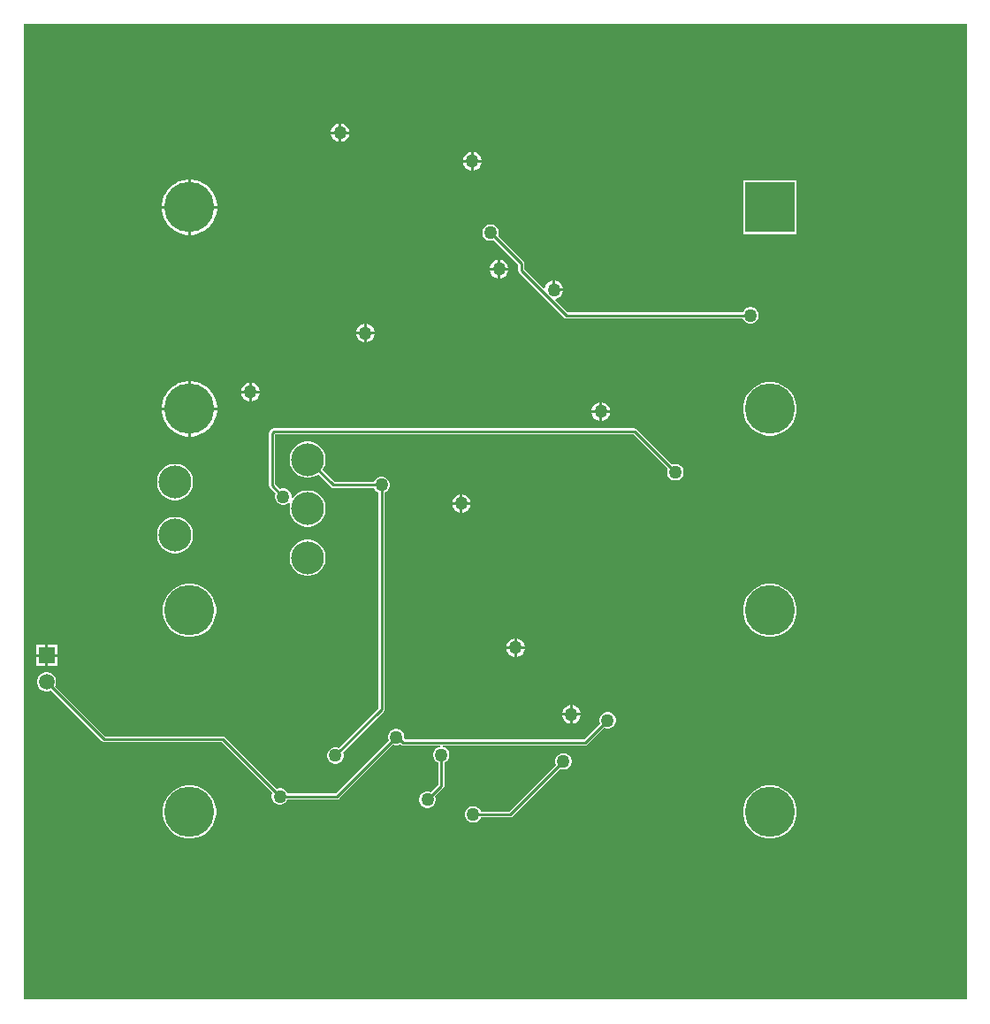
<source format=gbl>
G04*
G04 #@! TF.GenerationSoftware,Altium Limited,Altium Designer,22.2.1 (43)*
G04*
G04 Layer_Physical_Order=2*
G04 Layer_Color=16711680*
%FSLAX25Y25*%
%MOIN*%
G70*
G04*
G04 #@! TF.SameCoordinates,A16DD8FB-6A98-4827-84FE-9053A31DE0B6*
G04*
G04*
G04 #@! TF.FilePolarity,Positive*
G04*
G01*
G75*
%ADD14C,0.01000*%
%ADD45C,0.12402*%
%ADD46R,0.18898X0.18898*%
%ADD47C,0.18898*%
%ADD48C,0.05906*%
%ADD49R,0.05906X0.05906*%
%ADD50C,0.05000*%
G36*
X355700Y-355800D02*
X0D01*
Y12000D01*
X355700D01*
Y-355800D01*
D02*
G37*
%LPC*%
G36*
X119900Y-25510D02*
Y-28500D01*
X122889D01*
X122661Y-27649D01*
X122201Y-26851D01*
X121549Y-26199D01*
X120751Y-25738D01*
X119900Y-25510D01*
D02*
G37*
G36*
X118900D02*
X118049Y-25738D01*
X117251Y-26199D01*
X116599Y-26851D01*
X116139Y-27649D01*
X115910Y-28500D01*
X118900D01*
Y-25510D01*
D02*
G37*
G36*
X122889Y-29500D02*
X119900D01*
Y-32489D01*
X120751Y-32261D01*
X121549Y-31801D01*
X122201Y-31149D01*
X122661Y-30351D01*
X122889Y-29500D01*
D02*
G37*
G36*
X118900D02*
X115910D01*
X116139Y-30351D01*
X116599Y-31149D01*
X117251Y-31801D01*
X118049Y-32261D01*
X118900Y-32489D01*
Y-29500D01*
D02*
G37*
G36*
X169700Y-36211D02*
Y-39200D01*
X172689D01*
X172461Y-38349D01*
X172001Y-37551D01*
X171349Y-36899D01*
X170551Y-36439D01*
X169700Y-36211D01*
D02*
G37*
G36*
X168700D02*
X167849Y-36439D01*
X167051Y-36899D01*
X166399Y-37551D01*
X165938Y-38349D01*
X165710Y-39200D01*
X168700D01*
Y-36211D01*
D02*
G37*
G36*
X172689Y-40200D02*
X169700D01*
Y-43189D01*
X170551Y-42961D01*
X171349Y-42501D01*
X172001Y-41849D01*
X172461Y-41051D01*
X172689Y-40200D01*
D02*
G37*
G36*
X168700D02*
X165710D01*
X165938Y-41051D01*
X166399Y-41849D01*
X167051Y-42501D01*
X167849Y-42961D01*
X168700Y-43189D01*
Y-40200D01*
D02*
G37*
G36*
X63385Y-46683D02*
X63063D01*
Y-56631D01*
X73012D01*
Y-56309D01*
X72755Y-54685D01*
X72246Y-53121D01*
X71500Y-51655D01*
X70533Y-50324D01*
X69370Y-49162D01*
X68039Y-48195D01*
X66574Y-47448D01*
X65010Y-46940D01*
X63385Y-46683D01*
D02*
G37*
G36*
X62063D02*
X61741D01*
X60116Y-46940D01*
X58552Y-47448D01*
X57087Y-48195D01*
X55756Y-49162D01*
X54593Y-50324D01*
X53626Y-51655D01*
X52880Y-53121D01*
X52372Y-54685D01*
X52114Y-56309D01*
Y-56631D01*
X62063D01*
Y-46683D01*
D02*
G37*
G36*
X291549Y-47083D02*
X271451D01*
Y-67180D01*
X291549D01*
Y-47083D01*
D02*
G37*
G36*
X73012Y-57631D02*
X63063D01*
Y-67580D01*
X63385D01*
X65010Y-67323D01*
X66574Y-66815D01*
X68039Y-66068D01*
X69370Y-65101D01*
X70533Y-63938D01*
X71500Y-62608D01*
X72246Y-61142D01*
X72755Y-59578D01*
X73012Y-57954D01*
Y-57631D01*
D02*
G37*
G36*
X62063D02*
X52114D01*
Y-57954D01*
X52372Y-59578D01*
X52880Y-61142D01*
X53626Y-62608D01*
X54593Y-63938D01*
X55756Y-65101D01*
X57087Y-66068D01*
X58552Y-66815D01*
X60116Y-67323D01*
X61741Y-67580D01*
X62063D01*
Y-57631D01*
D02*
G37*
G36*
X179800Y-76911D02*
Y-79900D01*
X182790D01*
X182562Y-79049D01*
X182101Y-78251D01*
X181449Y-77599D01*
X180651Y-77139D01*
X179800Y-76911D01*
D02*
G37*
G36*
X178800D02*
X177949Y-77139D01*
X177151Y-77599D01*
X176499Y-78251D01*
X176039Y-79049D01*
X175811Y-79900D01*
X178800D01*
Y-76911D01*
D02*
G37*
G36*
X182790Y-80900D02*
X179800D01*
Y-83890D01*
X180651Y-83662D01*
X181449Y-83201D01*
X182101Y-82549D01*
X182562Y-81751D01*
X182790Y-80900D01*
D02*
G37*
G36*
X178800D02*
X175811D01*
X176039Y-81751D01*
X176499Y-82549D01*
X177151Y-83201D01*
X177949Y-83662D01*
X178800Y-83890D01*
Y-80900D01*
D02*
G37*
G36*
X200500Y-84711D02*
Y-87700D01*
X203489D01*
X203261Y-86849D01*
X202801Y-86051D01*
X202149Y-85399D01*
X201351Y-84939D01*
X200500Y-84711D01*
D02*
G37*
G36*
X176508Y-63600D02*
X175692D01*
X174903Y-63811D01*
X174197Y-64219D01*
X173619Y-64797D01*
X173211Y-65503D01*
X173000Y-66292D01*
Y-67108D01*
X173211Y-67897D01*
X173619Y-68603D01*
X174197Y-69181D01*
X174903Y-69589D01*
X175692Y-69800D01*
X176508D01*
X177297Y-69589D01*
X177364Y-69550D01*
X186566Y-78752D01*
Y-80978D01*
X186565Y-80978D01*
X186651Y-81407D01*
X186894Y-81771D01*
X203816Y-98693D01*
X203816Y-98693D01*
X204180Y-98936D01*
X204609Y-99022D01*
X271191D01*
X271211Y-99097D01*
X271619Y-99803D01*
X272197Y-100381D01*
X272903Y-100789D01*
X273692Y-101000D01*
X274508D01*
X275297Y-100789D01*
X276003Y-100381D01*
X276581Y-99803D01*
X276989Y-99097D01*
X277200Y-98308D01*
Y-97492D01*
X276989Y-96703D01*
X276581Y-95997D01*
X276003Y-95419D01*
X275297Y-95011D01*
X274508Y-94800D01*
X273692D01*
X272903Y-95011D01*
X272197Y-95419D01*
X271619Y-95997D01*
X271211Y-96703D01*
X271191Y-96778D01*
X205073D01*
X200461Y-92166D01*
X200651Y-91649D01*
X201351Y-91461D01*
X202149Y-91001D01*
X202801Y-90349D01*
X203261Y-89551D01*
X203489Y-88700D01*
X200000D01*
Y-88200D01*
X199500D01*
Y-84711D01*
X198649Y-84939D01*
X197851Y-85399D01*
X197199Y-86051D01*
X196739Y-86849D01*
X196551Y-87549D01*
X196034Y-87739D01*
X188809Y-80514D01*
Y-78287D01*
X188723Y-77858D01*
X188480Y-77494D01*
X188480Y-77494D01*
X178950Y-67964D01*
X178989Y-67897D01*
X179200Y-67108D01*
Y-66292D01*
X178989Y-65503D01*
X178581Y-64797D01*
X178003Y-64219D01*
X177297Y-63811D01*
X176508Y-63600D01*
D02*
G37*
G36*
X129400Y-101011D02*
Y-104000D01*
X132389D01*
X132161Y-103149D01*
X131701Y-102351D01*
X131049Y-101699D01*
X130251Y-101239D01*
X129400Y-101011D01*
D02*
G37*
G36*
X128400D02*
X127549Y-101239D01*
X126751Y-101699D01*
X126099Y-102351D01*
X125638Y-103149D01*
X125410Y-104000D01*
X128400D01*
Y-101011D01*
D02*
G37*
G36*
X132389Y-105000D02*
X129400D01*
Y-107990D01*
X130251Y-107762D01*
X131049Y-107301D01*
X131701Y-106649D01*
X132161Y-105851D01*
X132389Y-105000D01*
D02*
G37*
G36*
X128400D02*
X125410D01*
X125638Y-105851D01*
X126099Y-106649D01*
X126751Y-107301D01*
X127549Y-107762D01*
X128400Y-107990D01*
Y-105000D01*
D02*
G37*
G36*
X86000Y-123211D02*
Y-126200D01*
X88990D01*
X88762Y-125349D01*
X88301Y-124551D01*
X87649Y-123899D01*
X86851Y-123439D01*
X86000Y-123211D01*
D02*
G37*
G36*
X85000D02*
X84149Y-123439D01*
X83351Y-123899D01*
X82699Y-124551D01*
X82239Y-125349D01*
X82011Y-126200D01*
X85000D01*
Y-123211D01*
D02*
G37*
G36*
X88990Y-127200D02*
X86000D01*
Y-130190D01*
X86851Y-129962D01*
X87649Y-129501D01*
X88301Y-128849D01*
X88762Y-128051D01*
X88990Y-127200D01*
D02*
G37*
G36*
X85000D02*
X82011D01*
X82239Y-128051D01*
X82699Y-128849D01*
X83351Y-129501D01*
X84149Y-129962D01*
X85000Y-130190D01*
Y-127200D01*
D02*
G37*
G36*
X63385Y-122667D02*
X63063D01*
Y-132616D01*
X73012D01*
Y-132293D01*
X72755Y-130669D01*
X72246Y-129105D01*
X71500Y-127639D01*
X70533Y-126309D01*
X69370Y-125146D01*
X68039Y-124179D01*
X66574Y-123432D01*
X65010Y-122924D01*
X63385Y-122667D01*
D02*
G37*
G36*
X62063D02*
X61741D01*
X60116Y-122924D01*
X58552Y-123432D01*
X57087Y-124179D01*
X55756Y-125146D01*
X54593Y-126309D01*
X53626Y-127639D01*
X52880Y-129105D01*
X52372Y-130669D01*
X52114Y-132293D01*
Y-132616D01*
X62063D01*
Y-122667D01*
D02*
G37*
G36*
X218200Y-130611D02*
Y-133600D01*
X221189D01*
X220961Y-132749D01*
X220501Y-131951D01*
X219849Y-131299D01*
X219051Y-130839D01*
X218200Y-130611D01*
D02*
G37*
G36*
X217200D02*
X216349Y-130839D01*
X215551Y-131299D01*
X214899Y-131951D01*
X214439Y-132749D01*
X214211Y-133600D01*
X217200D01*
Y-130611D01*
D02*
G37*
G36*
X221189Y-134600D02*
X218200D01*
Y-137590D01*
X219051Y-137362D01*
X219849Y-136901D01*
X220501Y-136249D01*
X220961Y-135451D01*
X221189Y-134600D01*
D02*
G37*
G36*
X217200D02*
X214211D01*
X214439Y-135451D01*
X214899Y-136249D01*
X215551Y-136901D01*
X216349Y-137362D01*
X217200Y-137590D01*
Y-134600D01*
D02*
G37*
G36*
X282490Y-123067D02*
X280510D01*
X278569Y-123453D01*
X276740Y-124211D01*
X275094Y-125310D01*
X273695Y-126710D01*
X272595Y-128356D01*
X271837Y-130185D01*
X271451Y-132126D01*
Y-134106D01*
X271837Y-136047D01*
X272595Y-137876D01*
X273695Y-139522D01*
X275094Y-140921D01*
X276740Y-142021D01*
X278569Y-142778D01*
X280510Y-143165D01*
X282490D01*
X284431Y-142778D01*
X286260Y-142021D01*
X287906Y-140921D01*
X289305Y-139522D01*
X290405Y-137876D01*
X291163Y-136047D01*
X291549Y-134106D01*
Y-132126D01*
X291163Y-130185D01*
X290405Y-128356D01*
X289305Y-126710D01*
X287906Y-125310D01*
X286260Y-124211D01*
X284431Y-123453D01*
X282490Y-123067D01*
D02*
G37*
G36*
X73012Y-133616D02*
X63063D01*
Y-143565D01*
X63385D01*
X65010Y-143307D01*
X66574Y-142799D01*
X68039Y-142052D01*
X69370Y-141086D01*
X70533Y-139923D01*
X71500Y-138592D01*
X72246Y-137127D01*
X72755Y-135563D01*
X73012Y-133938D01*
Y-133616D01*
D02*
G37*
G36*
X62063D02*
X52114D01*
Y-133938D01*
X52372Y-135563D01*
X52880Y-137127D01*
X53626Y-138592D01*
X54593Y-139923D01*
X55756Y-141086D01*
X57087Y-142052D01*
X58552Y-142799D01*
X60116Y-143307D01*
X61741Y-143565D01*
X62063D01*
Y-133616D01*
D02*
G37*
G36*
X230400Y-140478D02*
X230400Y-140478D01*
X94286D01*
X93857Y-140564D01*
X93493Y-140807D01*
X93493Y-140807D01*
X92907Y-141393D01*
X92664Y-141757D01*
X92578Y-142186D01*
X92578Y-142186D01*
Y-162000D01*
X92578Y-162000D01*
X92664Y-162429D01*
X92907Y-162793D01*
X95050Y-164936D01*
X95011Y-165003D01*
X94800Y-165792D01*
Y-166608D01*
X95011Y-167397D01*
X95419Y-168103D01*
X95997Y-168681D01*
X96703Y-169089D01*
X97492Y-169300D01*
X98308D01*
X99097Y-169089D01*
X99803Y-168681D01*
X100197Y-168287D01*
X100621Y-168570D01*
X100561Y-168716D01*
X100299Y-170030D01*
Y-171370D01*
X100561Y-172684D01*
X101073Y-173921D01*
X101818Y-175035D01*
X102765Y-175982D01*
X103879Y-176727D01*
X105116Y-177239D01*
X106430Y-177501D01*
X107770D01*
X109084Y-177239D01*
X110321Y-176727D01*
X111435Y-175982D01*
X112382Y-175035D01*
X113127Y-173921D01*
X113639Y-172684D01*
X113901Y-171370D01*
Y-170030D01*
X113639Y-168716D01*
X113127Y-167479D01*
X112382Y-166365D01*
X111435Y-165418D01*
X110321Y-164673D01*
X109084Y-164161D01*
X107770Y-163899D01*
X106430D01*
X105116Y-164161D01*
X103879Y-164673D01*
X102765Y-165418D01*
X101818Y-166365D01*
X101426Y-166951D01*
X100964Y-166742D01*
X101000Y-166608D01*
Y-165792D01*
X100789Y-165003D01*
X100381Y-164297D01*
X99803Y-163719D01*
X99097Y-163311D01*
X98308Y-163100D01*
X97492D01*
X96703Y-163311D01*
X96636Y-163350D01*
X94822Y-161535D01*
Y-142722D01*
X229935D01*
X242950Y-155736D01*
X242911Y-155803D01*
X242700Y-156592D01*
Y-157408D01*
X242911Y-158197D01*
X243319Y-158903D01*
X243897Y-159481D01*
X244603Y-159889D01*
X245392Y-160100D01*
X246208D01*
X246997Y-159889D01*
X247703Y-159481D01*
X248281Y-158903D01*
X248689Y-158197D01*
X248900Y-157408D01*
Y-156592D01*
X248689Y-155803D01*
X248281Y-155097D01*
X247703Y-154519D01*
X246997Y-154111D01*
X246208Y-153900D01*
X245392D01*
X244603Y-154111D01*
X244536Y-154150D01*
X231193Y-140807D01*
X231193Y-140807D01*
X230829Y-140564D01*
X230400Y-140478D01*
D02*
G37*
G36*
X57770Y-153899D02*
X56430D01*
X55116Y-154161D01*
X53879Y-154673D01*
X52765Y-155418D01*
X51818Y-156365D01*
X51073Y-157479D01*
X50561Y-158716D01*
X50299Y-160030D01*
Y-161370D01*
X50561Y-162684D01*
X51073Y-163921D01*
X51818Y-165035D01*
X52765Y-165982D01*
X53879Y-166727D01*
X55116Y-167239D01*
X56430Y-167501D01*
X57770D01*
X59084Y-167239D01*
X60321Y-166727D01*
X61435Y-165982D01*
X62383Y-165035D01*
X63127Y-163921D01*
X63639Y-162684D01*
X63901Y-161370D01*
Y-160030D01*
X63639Y-158716D01*
X63127Y-157479D01*
X62383Y-156365D01*
X61435Y-155418D01*
X60321Y-154673D01*
X59084Y-154161D01*
X57770Y-153899D01*
D02*
G37*
G36*
X165600Y-165311D02*
Y-168300D01*
X168589D01*
X168361Y-167449D01*
X167901Y-166651D01*
X167249Y-165999D01*
X166451Y-165539D01*
X165600Y-165311D01*
D02*
G37*
G36*
X164600D02*
X163749Y-165539D01*
X162951Y-165999D01*
X162299Y-166651D01*
X161838Y-167449D01*
X161610Y-168300D01*
X164600D01*
Y-165311D01*
D02*
G37*
G36*
X168589Y-169300D02*
X165600D01*
Y-172290D01*
X166451Y-172062D01*
X167249Y-171601D01*
X167901Y-170949D01*
X168361Y-170151D01*
X168589Y-169300D01*
D02*
G37*
G36*
X164600D02*
X161610D01*
X161838Y-170151D01*
X162299Y-170949D01*
X162951Y-171601D01*
X163749Y-172062D01*
X164600Y-172290D01*
Y-169300D01*
D02*
G37*
G36*
X57770Y-173899D02*
X56430D01*
X55116Y-174161D01*
X53879Y-174673D01*
X52765Y-175417D01*
X51818Y-176365D01*
X51073Y-177479D01*
X50561Y-178716D01*
X50299Y-180030D01*
Y-181370D01*
X50561Y-182684D01*
X51073Y-183921D01*
X51818Y-185035D01*
X52765Y-185983D01*
X53879Y-186727D01*
X55116Y-187239D01*
X56430Y-187501D01*
X57770D01*
X59084Y-187239D01*
X60321Y-186727D01*
X61435Y-185983D01*
X62383Y-185035D01*
X63127Y-183921D01*
X63639Y-182684D01*
X63901Y-181370D01*
Y-180030D01*
X63639Y-178716D01*
X63127Y-177479D01*
X62383Y-176365D01*
X61435Y-175417D01*
X60321Y-174673D01*
X59084Y-174161D01*
X57770Y-173899D01*
D02*
G37*
G36*
X107770Y-182403D02*
X106430D01*
X105116Y-182665D01*
X103879Y-183177D01*
X102765Y-183921D01*
X101818Y-184869D01*
X101073Y-185983D01*
X100561Y-187220D01*
X100299Y-188534D01*
Y-189874D01*
X100561Y-191188D01*
X101073Y-192425D01*
X101818Y-193539D01*
X102765Y-194486D01*
X103879Y-195231D01*
X105116Y-195743D01*
X106430Y-196005D01*
X107770D01*
X109084Y-195743D01*
X110321Y-195231D01*
X111435Y-194486D01*
X112382Y-193539D01*
X113127Y-192425D01*
X113639Y-191188D01*
X113901Y-189874D01*
Y-188534D01*
X113639Y-187220D01*
X113127Y-185983D01*
X112382Y-184869D01*
X111435Y-183921D01*
X110321Y-183177D01*
X109084Y-182665D01*
X107770Y-182403D01*
D02*
G37*
G36*
X282490Y-199051D02*
X280510D01*
X278569Y-199437D01*
X276740Y-200195D01*
X275094Y-201295D01*
X273695Y-202694D01*
X272595Y-204340D01*
X271837Y-206169D01*
X271451Y-208110D01*
Y-210090D01*
X271837Y-212031D01*
X272595Y-213860D01*
X273695Y-215506D01*
X275094Y-216905D01*
X276740Y-218005D01*
X278569Y-218763D01*
X280510Y-219149D01*
X282490D01*
X284431Y-218763D01*
X286260Y-218005D01*
X287906Y-216905D01*
X289305Y-215506D01*
X290405Y-213860D01*
X291163Y-212031D01*
X291549Y-210090D01*
Y-208110D01*
X291163Y-206169D01*
X290405Y-204340D01*
X289305Y-202694D01*
X287906Y-201295D01*
X286260Y-200195D01*
X284431Y-199437D01*
X282490Y-199051D01*
D02*
G37*
G36*
X63553D02*
X61573D01*
X59632Y-199437D01*
X57803Y-200195D01*
X56157Y-201295D01*
X54758Y-202694D01*
X53658Y-204340D01*
X52900Y-206169D01*
X52514Y-208110D01*
Y-210090D01*
X52900Y-212031D01*
X53658Y-213860D01*
X54758Y-215506D01*
X56157Y-216905D01*
X57803Y-218005D01*
X59632Y-218763D01*
X61573Y-219149D01*
X63553D01*
X65494Y-218763D01*
X67323Y-218005D01*
X68969Y-216905D01*
X70368Y-215506D01*
X71468Y-213860D01*
X72226Y-212031D01*
X72612Y-210090D01*
Y-208110D01*
X72226Y-206169D01*
X71468Y-204340D01*
X70368Y-202694D01*
X68969Y-201295D01*
X67323Y-200195D01*
X65494Y-199437D01*
X63553Y-199051D01*
D02*
G37*
G36*
X186000Y-219611D02*
Y-222600D01*
X188989D01*
X188761Y-221749D01*
X188301Y-220951D01*
X187649Y-220299D01*
X186851Y-219839D01*
X186000Y-219611D01*
D02*
G37*
G36*
X185000D02*
X184149Y-219839D01*
X183351Y-220299D01*
X182699Y-220951D01*
X182238Y-221749D01*
X182010Y-222600D01*
X185000D01*
Y-219611D01*
D02*
G37*
G36*
X12653Y-222047D02*
X9200D01*
Y-225500D01*
X12653D01*
Y-222047D01*
D02*
G37*
G36*
X8200D02*
X4747D01*
Y-225500D01*
X8200D01*
Y-222047D01*
D02*
G37*
G36*
X188989Y-223600D02*
X186000D01*
Y-226589D01*
X186851Y-226361D01*
X187649Y-225901D01*
X188301Y-225249D01*
X188761Y-224451D01*
X188989Y-223600D01*
D02*
G37*
G36*
X185000D02*
X182010D01*
X182238Y-224451D01*
X182699Y-225249D01*
X183351Y-225901D01*
X184149Y-226361D01*
X185000Y-226589D01*
Y-223600D01*
D02*
G37*
G36*
X12653Y-226500D02*
X9200D01*
Y-229953D01*
X12653D01*
Y-226500D01*
D02*
G37*
G36*
X8200D02*
X4747D01*
Y-229953D01*
X8200D01*
Y-226500D01*
D02*
G37*
G36*
X207100Y-244811D02*
Y-247800D01*
X210089D01*
X209861Y-246949D01*
X209401Y-246151D01*
X208749Y-245499D01*
X207951Y-245039D01*
X207100Y-244811D01*
D02*
G37*
G36*
X206100D02*
X205249Y-245039D01*
X204451Y-245499D01*
X203799Y-246151D01*
X203339Y-246949D01*
X203111Y-247800D01*
X206100D01*
Y-244811D01*
D02*
G37*
G36*
X210089Y-248800D02*
X207100D01*
Y-251789D01*
X207951Y-251561D01*
X208749Y-251101D01*
X209401Y-250449D01*
X209861Y-249651D01*
X210089Y-248800D01*
D02*
G37*
G36*
X206100D02*
X203111D01*
X203339Y-249651D01*
X203799Y-250449D01*
X204451Y-251101D01*
X205249Y-251561D01*
X206100Y-251789D01*
Y-248800D01*
D02*
G37*
G36*
X9168Y-232447D02*
X8232D01*
X7329Y-232689D01*
X6519Y-233157D01*
X5857Y-233819D01*
X5389Y-234629D01*
X5147Y-235532D01*
Y-236468D01*
X5389Y-237371D01*
X5857Y-238181D01*
X6519Y-238843D01*
X7329Y-239311D01*
X8232Y-239553D01*
X9168D01*
X10071Y-239311D01*
X10295Y-239181D01*
X29594Y-258480D01*
X29594Y-258480D01*
X29957Y-258723D01*
X30387Y-258808D01*
X30387Y-258808D01*
X74722D01*
X93850Y-277936D01*
X93811Y-278003D01*
X93600Y-278792D01*
Y-279608D01*
X93811Y-280397D01*
X94219Y-281103D01*
X94797Y-281681D01*
X95503Y-282089D01*
X96292Y-282300D01*
X97108D01*
X97897Y-282089D01*
X98603Y-281681D01*
X99181Y-281103D01*
X99589Y-280397D01*
X99609Y-280322D01*
X118200D01*
X118200Y-280322D01*
X118629Y-280236D01*
X118993Y-279993D01*
X139236Y-259750D01*
X139303Y-259789D01*
X140092Y-260000D01*
X140908D01*
X141697Y-259789D01*
X142135Y-259536D01*
X142293Y-259693D01*
X142293Y-259693D01*
X142657Y-259936D01*
X143086Y-260022D01*
X143086Y-260021D01*
X156946D01*
X157011Y-260522D01*
X156303Y-260711D01*
X155597Y-261119D01*
X155019Y-261697D01*
X154611Y-262403D01*
X154400Y-263192D01*
Y-264008D01*
X154611Y-264797D01*
X155019Y-265503D01*
X155597Y-266081D01*
X156303Y-266489D01*
X156378Y-266509D01*
Y-274735D01*
X153564Y-277550D01*
X153497Y-277511D01*
X152708Y-277300D01*
X151892D01*
X151103Y-277511D01*
X150397Y-277919D01*
X149819Y-278497D01*
X149411Y-279203D01*
X149200Y-279992D01*
Y-280808D01*
X149411Y-281597D01*
X149819Y-282303D01*
X150397Y-282881D01*
X151103Y-283289D01*
X151892Y-283500D01*
X152708D01*
X153497Y-283289D01*
X154203Y-282881D01*
X154781Y-282303D01*
X155189Y-281597D01*
X155400Y-280808D01*
Y-279992D01*
X155189Y-279203D01*
X155150Y-279136D01*
X158293Y-275993D01*
X158536Y-275629D01*
X158622Y-275200D01*
X158622Y-275200D01*
Y-266509D01*
X158697Y-266489D01*
X159403Y-266081D01*
X159981Y-265503D01*
X160389Y-264797D01*
X160600Y-264008D01*
Y-263192D01*
X160389Y-262403D01*
X159981Y-261697D01*
X159403Y-261119D01*
X158697Y-260711D01*
X157989Y-260522D01*
X158054Y-260021D01*
X211800D01*
X211800Y-260022D01*
X212229Y-259936D01*
X212593Y-259693D01*
X218936Y-253350D01*
X219003Y-253389D01*
X219792Y-253600D01*
X220608D01*
X221397Y-253389D01*
X222103Y-252981D01*
X222681Y-252403D01*
X223089Y-251697D01*
X223300Y-250908D01*
Y-250092D01*
X223089Y-249303D01*
X222681Y-248597D01*
X222103Y-248019D01*
X221397Y-247611D01*
X220608Y-247400D01*
X219792D01*
X219003Y-247611D01*
X218297Y-248019D01*
X217719Y-248597D01*
X217311Y-249303D01*
X217100Y-250092D01*
Y-250908D01*
X217311Y-251697D01*
X217350Y-251764D01*
X211335Y-257779D01*
X143992D01*
X143600Y-257308D01*
Y-256492D01*
X143389Y-255703D01*
X142981Y-254997D01*
X142403Y-254419D01*
X141697Y-254011D01*
X140908Y-253800D01*
X140092D01*
X139303Y-254011D01*
X138597Y-254419D01*
X138019Y-254997D01*
X137611Y-255703D01*
X137400Y-256492D01*
Y-257308D01*
X137611Y-258097D01*
X137650Y-258164D01*
X117735Y-278079D01*
X99609D01*
X99589Y-278003D01*
X99181Y-277297D01*
X98603Y-276719D01*
X97897Y-276311D01*
X97108Y-276100D01*
X96292D01*
X95503Y-276311D01*
X95436Y-276350D01*
X75980Y-256894D01*
X75616Y-256650D01*
X75187Y-256565D01*
X75187Y-256565D01*
X30851D01*
X11881Y-237595D01*
X12011Y-237371D01*
X12253Y-236468D01*
Y-235532D01*
X12011Y-234629D01*
X11543Y-233819D01*
X10881Y-233157D01*
X10071Y-232689D01*
X9168Y-232447D01*
D02*
G37*
G36*
X107770Y-145395D02*
X106430D01*
X105116Y-145657D01*
X103879Y-146169D01*
X102765Y-146914D01*
X101818Y-147861D01*
X101073Y-148975D01*
X100561Y-150212D01*
X100299Y-151526D01*
Y-152866D01*
X100561Y-154180D01*
X101073Y-155418D01*
X101818Y-156531D01*
X102765Y-157479D01*
X103879Y-158223D01*
X105116Y-158736D01*
X106430Y-158997D01*
X107770D01*
X109084Y-158736D01*
X110321Y-158223D01*
X111052Y-157735D01*
X115911Y-162593D01*
X115911Y-162593D01*
X116275Y-162836D01*
X116704Y-162922D01*
X116704Y-162922D01*
X132091D01*
X132111Y-162997D01*
X132519Y-163703D01*
X133097Y-164281D01*
X133803Y-164689D01*
X133878Y-164709D01*
Y-245935D01*
X118864Y-260950D01*
X118797Y-260911D01*
X118008Y-260700D01*
X117192D01*
X116403Y-260911D01*
X115697Y-261319D01*
X115119Y-261897D01*
X114711Y-262603D01*
X114500Y-263392D01*
Y-264208D01*
X114711Y-264997D01*
X115119Y-265703D01*
X115697Y-266281D01*
X116403Y-266689D01*
X117192Y-266900D01*
X118008D01*
X118797Y-266689D01*
X119503Y-266281D01*
X120081Y-265703D01*
X120489Y-264997D01*
X120700Y-264208D01*
Y-263392D01*
X120489Y-262603D01*
X120450Y-262536D01*
X135793Y-247193D01*
X135793Y-247193D01*
X136036Y-246829D01*
X136122Y-246400D01*
X136122Y-246400D01*
Y-164709D01*
X136197Y-164689D01*
X136903Y-164281D01*
X137481Y-163703D01*
X137889Y-162997D01*
X138100Y-162208D01*
Y-161392D01*
X137889Y-160603D01*
X137481Y-159897D01*
X136903Y-159319D01*
X136197Y-158911D01*
X135408Y-158700D01*
X134592D01*
X133803Y-158911D01*
X133097Y-159319D01*
X132519Y-159897D01*
X132111Y-160603D01*
X132091Y-160678D01*
X117168D01*
X112638Y-156148D01*
X113127Y-155418D01*
X113639Y-154180D01*
X113901Y-152866D01*
Y-151526D01*
X113639Y-150212D01*
X113127Y-148975D01*
X112382Y-147861D01*
X111435Y-146914D01*
X110321Y-146169D01*
X109084Y-145657D01*
X107770Y-145395D01*
D02*
G37*
G36*
X204008Y-262900D02*
X203192D01*
X202403Y-263111D01*
X201697Y-263519D01*
X201119Y-264097D01*
X200711Y-264803D01*
X200500Y-265592D01*
Y-266408D01*
X200711Y-267197D01*
X200750Y-267264D01*
X183135Y-284878D01*
X172409D01*
X172389Y-284803D01*
X171981Y-284097D01*
X171403Y-283519D01*
X170697Y-283111D01*
X169908Y-282900D01*
X169092D01*
X168303Y-283111D01*
X167597Y-283519D01*
X167019Y-284097D01*
X166611Y-284803D01*
X166400Y-285592D01*
Y-286408D01*
X166611Y-287197D01*
X167019Y-287903D01*
X167597Y-288481D01*
X168303Y-288889D01*
X169092Y-289100D01*
X169908D01*
X170697Y-288889D01*
X171403Y-288481D01*
X171981Y-287903D01*
X172389Y-287197D01*
X172409Y-287122D01*
X183600D01*
X183600Y-287122D01*
X184029Y-287036D01*
X184393Y-286793D01*
X202336Y-268850D01*
X202403Y-268889D01*
X203192Y-269100D01*
X204008D01*
X204797Y-268889D01*
X205503Y-268481D01*
X206081Y-267903D01*
X206489Y-267197D01*
X206700Y-266408D01*
Y-265592D01*
X206489Y-264803D01*
X206081Y-264097D01*
X205503Y-263519D01*
X204797Y-263111D01*
X204008Y-262900D01*
D02*
G37*
G36*
X282490Y-275035D02*
X280510D01*
X278569Y-275422D01*
X276740Y-276179D01*
X275094Y-277279D01*
X273695Y-278678D01*
X272595Y-280324D01*
X271837Y-282153D01*
X271451Y-284095D01*
Y-286074D01*
X271837Y-288015D01*
X272595Y-289844D01*
X273695Y-291490D01*
X275094Y-292890D01*
X276740Y-293989D01*
X278569Y-294747D01*
X280510Y-295133D01*
X282490D01*
X284431Y-294747D01*
X286260Y-293989D01*
X287906Y-292890D01*
X289305Y-291490D01*
X290405Y-289844D01*
X291163Y-288015D01*
X291549Y-286074D01*
Y-284095D01*
X291163Y-282153D01*
X290405Y-280324D01*
X289305Y-278678D01*
X287906Y-277279D01*
X286260Y-276179D01*
X284431Y-275422D01*
X282490Y-275035D01*
D02*
G37*
G36*
X63553D02*
X61573D01*
X59632Y-275422D01*
X57803Y-276179D01*
X56157Y-277279D01*
X54758Y-278678D01*
X53658Y-280324D01*
X52900Y-282153D01*
X52514Y-284095D01*
Y-286074D01*
X52900Y-288015D01*
X53658Y-289844D01*
X54758Y-291490D01*
X56157Y-292890D01*
X57803Y-293989D01*
X59632Y-294747D01*
X61573Y-295133D01*
X63553D01*
X65494Y-294747D01*
X67323Y-293989D01*
X68969Y-292890D01*
X70368Y-291490D01*
X71468Y-289844D01*
X72226Y-288015D01*
X72612Y-286074D01*
Y-284095D01*
X72226Y-282153D01*
X71468Y-280324D01*
X70368Y-278678D01*
X68969Y-277279D01*
X67323Y-276179D01*
X65494Y-275422D01*
X63553Y-275035D01*
D02*
G37*
%LPD*%
D14*
X93700Y-162000D02*
Y-142186D01*
X94286Y-141600D02*
X230400D01*
X245800Y-157000D01*
X93700Y-142186D02*
X94286Y-141600D01*
X176100Y-66700D02*
X187687Y-78287D01*
Y-80978D02*
Y-78287D01*
Y-80978D02*
X204609Y-97900D01*
X274100D01*
X211800Y-258900D02*
X220200Y-250500D01*
X143086Y-258900D02*
X211800D01*
X93700Y-162000D02*
X97900Y-166200D01*
X117600Y-263800D02*
X135000Y-246400D01*
Y-161800D01*
X107100Y-152196D02*
X116704Y-161800D01*
X135000D01*
X96700Y-279200D02*
X118200D01*
X75187Y-257687D02*
X96700Y-279200D01*
X118200D02*
X140500Y-256900D01*
X30387Y-257687D02*
X75187D01*
X8700Y-236000D02*
X30387Y-257687D01*
X140500Y-256900D02*
X141086D01*
X143086Y-258900D01*
X157500Y-275200D02*
Y-263600D01*
X152300Y-280400D02*
X157500Y-275200D01*
X169500Y-286000D02*
X183600D01*
X203600Y-266000D01*
D45*
X107100Y-189204D02*
D03*
Y-170700D02*
D03*
Y-152196D02*
D03*
X57100Y-180700D02*
D03*
Y-160700D02*
D03*
D46*
X281500Y-57131D02*
D03*
D47*
Y-133116D02*
D03*
Y-209100D02*
D03*
Y-285084D02*
D03*
X62563D02*
D03*
Y-209100D02*
D03*
Y-133116D02*
D03*
Y-57131D02*
D03*
D48*
X8700Y-236000D02*
D03*
D49*
Y-226000D02*
D03*
D50*
X217700Y-134100D02*
D03*
X274100Y-97900D02*
D03*
X176100Y-66700D02*
D03*
X220200Y-250500D02*
D03*
X165100Y-168800D02*
D03*
X169200Y-39700D02*
D03*
X119400Y-29000D02*
D03*
X200000Y-88200D02*
D03*
X179300Y-80400D02*
D03*
X128900Y-104500D02*
D03*
X97900Y-166200D02*
D03*
X85500Y-126700D02*
D03*
X117600Y-263800D02*
D03*
X135000Y-161800D02*
D03*
X245800Y-157000D02*
D03*
X96700Y-279200D02*
D03*
X140500Y-256900D02*
D03*
X185500Y-223100D02*
D03*
X206600Y-248300D02*
D03*
X157500Y-263600D02*
D03*
X169500Y-286000D02*
D03*
X203600Y-266000D02*
D03*
X152300Y-280400D02*
D03*
M02*

</source>
